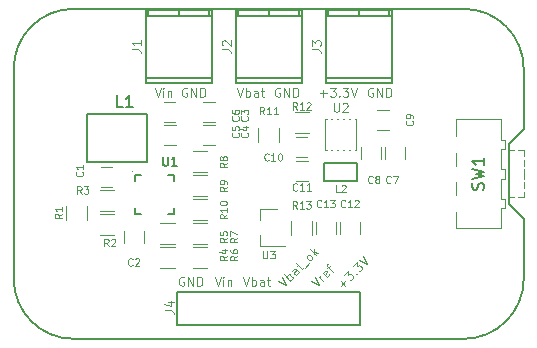
<source format=gbr>
%TF.GenerationSoftware,KiCad,Pcbnew,4.0.6+dfsg1-1*%
%TF.CreationDate,2018-06-21T08:51:40+02:00*%
%TF.ProjectId,energy_harvesting_module,656E657267795F68617276657374696E,rev?*%
%TF.FileFunction,Legend,Top*%
%FSLAX46Y46*%
G04 Gerber Fmt 4.6, Leading zero omitted, Abs format (unit mm)*
G04 Created by KiCad (PCBNEW 4.0.6+dfsg1-1) date Thu Jun 21 08:51:40 2018*
%MOMM*%
%LPD*%
G01*
G04 APERTURE LIST*
%ADD10C,0.100000*%
%ADD11C,0.150000*%
%ADD12C,0.120000*%
G04 APERTURE END LIST*
D10*
X145923144Y-95601286D02*
X146173144Y-96351286D01*
X146423144Y-95601286D01*
X146673143Y-96351286D02*
X146673143Y-95601286D01*
X146673143Y-95887000D02*
X146744572Y-95851286D01*
X146887429Y-95851286D01*
X146958858Y-95887000D01*
X146994572Y-95922714D01*
X147030286Y-95994143D01*
X147030286Y-96208429D01*
X146994572Y-96279857D01*
X146958858Y-96315571D01*
X146887429Y-96351286D01*
X146744572Y-96351286D01*
X146673143Y-96315571D01*
X147673143Y-96351286D02*
X147673143Y-95958429D01*
X147637429Y-95887000D01*
X147566000Y-95851286D01*
X147423143Y-95851286D01*
X147351714Y-95887000D01*
X147673143Y-96315571D02*
X147601714Y-96351286D01*
X147423143Y-96351286D01*
X147351714Y-96315571D01*
X147316000Y-96244143D01*
X147316000Y-96172714D01*
X147351714Y-96101286D01*
X147423143Y-96065571D01*
X147601714Y-96065571D01*
X147673143Y-96029857D01*
X147923143Y-95851286D02*
X148208857Y-95851286D01*
X148030285Y-95601286D02*
X148030285Y-96244143D01*
X148066000Y-96315571D01*
X148137428Y-96351286D01*
X148208857Y-96351286D01*
X152932000Y-96065571D02*
X153503429Y-96065571D01*
X153217715Y-96351286D02*
X153217715Y-95779857D01*
X153789143Y-95601286D02*
X154253429Y-95601286D01*
X154003429Y-95887000D01*
X154110571Y-95887000D01*
X154182000Y-95922714D01*
X154217714Y-95958429D01*
X154253429Y-96029857D01*
X154253429Y-96208429D01*
X154217714Y-96279857D01*
X154182000Y-96315571D01*
X154110571Y-96351286D01*
X153896286Y-96351286D01*
X153824857Y-96315571D01*
X153789143Y-96279857D01*
X154574857Y-96279857D02*
X154610572Y-96315571D01*
X154574857Y-96351286D01*
X154539143Y-96315571D01*
X154574857Y-96279857D01*
X154574857Y-96351286D01*
X154860572Y-95601286D02*
X155324858Y-95601286D01*
X155074858Y-95887000D01*
X155182000Y-95887000D01*
X155253429Y-95922714D01*
X155289143Y-95958429D01*
X155324858Y-96029857D01*
X155324858Y-96208429D01*
X155289143Y-96279857D01*
X155253429Y-96315571D01*
X155182000Y-96351286D01*
X154967715Y-96351286D01*
X154896286Y-96315571D01*
X154860572Y-96279857D01*
X155539144Y-95601286D02*
X155789144Y-96351286D01*
X156039144Y-95601286D01*
X138932144Y-95601286D02*
X139182144Y-96351286D01*
X139432144Y-95601286D01*
X139682143Y-96351286D02*
X139682143Y-95851286D01*
X139682143Y-95601286D02*
X139646429Y-95637000D01*
X139682143Y-95672714D01*
X139717858Y-95637000D01*
X139682143Y-95601286D01*
X139682143Y-95672714D01*
X140039286Y-95851286D02*
X140039286Y-96351286D01*
X140039286Y-95922714D02*
X140075001Y-95887000D01*
X140146429Y-95851286D01*
X140253572Y-95851286D01*
X140325001Y-95887000D01*
X140360715Y-95958429D01*
X140360715Y-96351286D01*
X157416572Y-95637000D02*
X157345143Y-95601286D01*
X157238000Y-95601286D01*
X157130857Y-95637000D01*
X157059429Y-95708429D01*
X157023714Y-95779857D01*
X156988000Y-95922714D01*
X156988000Y-96029857D01*
X157023714Y-96172714D01*
X157059429Y-96244143D01*
X157130857Y-96315571D01*
X157238000Y-96351286D01*
X157309429Y-96351286D01*
X157416572Y-96315571D01*
X157452286Y-96279857D01*
X157452286Y-96029857D01*
X157309429Y-96029857D01*
X157773714Y-96351286D02*
X157773714Y-95601286D01*
X158202286Y-96351286D01*
X158202286Y-95601286D01*
X158559428Y-96351286D02*
X158559428Y-95601286D01*
X158738000Y-95601286D01*
X158845143Y-95637000D01*
X158916571Y-95708429D01*
X158952286Y-95779857D01*
X158988000Y-95922714D01*
X158988000Y-96029857D01*
X158952286Y-96172714D01*
X158916571Y-96244143D01*
X158845143Y-96315571D01*
X158738000Y-96351286D01*
X158559428Y-96351286D01*
X149542572Y-95637000D02*
X149471143Y-95601286D01*
X149364000Y-95601286D01*
X149256857Y-95637000D01*
X149185429Y-95708429D01*
X149149714Y-95779857D01*
X149114000Y-95922714D01*
X149114000Y-96029857D01*
X149149714Y-96172714D01*
X149185429Y-96244143D01*
X149256857Y-96315571D01*
X149364000Y-96351286D01*
X149435429Y-96351286D01*
X149542572Y-96315571D01*
X149578286Y-96279857D01*
X149578286Y-96029857D01*
X149435429Y-96029857D01*
X149899714Y-96351286D02*
X149899714Y-95601286D01*
X150328286Y-96351286D01*
X150328286Y-95601286D01*
X150685428Y-96351286D02*
X150685428Y-95601286D01*
X150864000Y-95601286D01*
X150971143Y-95637000D01*
X151042571Y-95708429D01*
X151078286Y-95779857D01*
X151114000Y-95922714D01*
X151114000Y-96029857D01*
X151078286Y-96172714D01*
X151042571Y-96244143D01*
X150971143Y-96315571D01*
X150864000Y-96351286D01*
X150685428Y-96351286D01*
X141668572Y-95637000D02*
X141597143Y-95601286D01*
X141490000Y-95601286D01*
X141382857Y-95637000D01*
X141311429Y-95708429D01*
X141275714Y-95779857D01*
X141240000Y-95922714D01*
X141240000Y-96029857D01*
X141275714Y-96172714D01*
X141311429Y-96244143D01*
X141382857Y-96315571D01*
X141490000Y-96351286D01*
X141561429Y-96351286D01*
X141668572Y-96315571D01*
X141704286Y-96279857D01*
X141704286Y-96029857D01*
X141561429Y-96029857D01*
X142025714Y-96351286D02*
X142025714Y-95601286D01*
X142454286Y-96351286D01*
X142454286Y-95601286D01*
X142811428Y-96351286D02*
X142811428Y-95601286D01*
X142990000Y-95601286D01*
X143097143Y-95637000D01*
X143168571Y-95708429D01*
X143204286Y-95779857D01*
X143240000Y-95922714D01*
X143240000Y-96029857D01*
X143204286Y-96172714D01*
X143168571Y-96244143D01*
X143097143Y-96315571D01*
X142990000Y-96351286D01*
X142811428Y-96351286D01*
D11*
X127000000Y-111760000D02*
X127000000Y-93980000D01*
X170180000Y-99060000D02*
X170180000Y-93980000D01*
X168910000Y-100330000D02*
X170180000Y-99060000D01*
X168910000Y-105410000D02*
X168910000Y-100330000D01*
X170180000Y-106680000D02*
X168910000Y-105410000D01*
X170180000Y-111760000D02*
X170180000Y-106680000D01*
D10*
X154679220Y-112350541D02*
X155083282Y-111946479D01*
X155083282Y-112350541D02*
X154679221Y-111946479D01*
X154957013Y-111416150D02*
X155285313Y-111087850D01*
X155310566Y-111466657D01*
X155386327Y-111390896D01*
X155462089Y-111365642D01*
X155512596Y-111365643D01*
X155588358Y-111390896D01*
X155714628Y-111517165D01*
X155739880Y-111592927D01*
X155739880Y-111643434D01*
X155714627Y-111719196D01*
X155563104Y-111870718D01*
X155487342Y-111895972D01*
X155436835Y-111895972D01*
X155992419Y-111340388D02*
X156042927Y-111340388D01*
X156042927Y-111390896D01*
X155992419Y-111390896D01*
X155992419Y-111340388D01*
X156042927Y-111390896D01*
X155714628Y-110658535D02*
X156042927Y-110330235D01*
X156068181Y-110709042D01*
X156143942Y-110633282D01*
X156219703Y-110608027D01*
X156270211Y-110608028D01*
X156345973Y-110633281D01*
X156472242Y-110759550D01*
X156497495Y-110835312D01*
X156497495Y-110885819D01*
X156472242Y-110961581D01*
X156320719Y-111113104D01*
X156244957Y-111138357D01*
X156194450Y-111138357D01*
X156194450Y-110178712D02*
X156901557Y-110532266D01*
X156548004Y-109825159D01*
X152151848Y-111935314D02*
X152858955Y-112288868D01*
X152505402Y-111581761D01*
X153212508Y-111935315D02*
X152858955Y-111581762D01*
X152959970Y-111682777D02*
X152934716Y-111607014D01*
X152934716Y-111556507D01*
X152959970Y-111480746D01*
X153010478Y-111430238D01*
X153717584Y-111379730D02*
X153692331Y-111455492D01*
X153591316Y-111556507D01*
X153515553Y-111581761D01*
X153439793Y-111556507D01*
X153237762Y-111354477D01*
X153212508Y-111278715D01*
X153237762Y-111202954D01*
X153338777Y-111101939D01*
X153414539Y-111076684D01*
X153490300Y-111101939D01*
X153540808Y-111152446D01*
X153338777Y-111455492D01*
X153566062Y-110874654D02*
X153768092Y-110672624D01*
X153995376Y-111152447D02*
X153540808Y-110697878D01*
X153515554Y-110622116D01*
X153540808Y-110546355D01*
X153591316Y-110495847D01*
X149374861Y-111918301D02*
X150081968Y-112271855D01*
X149728415Y-111564748D01*
X150435521Y-111918302D02*
X149905191Y-111387972D01*
X150107221Y-111590002D02*
X150132475Y-111514241D01*
X150233490Y-111413226D01*
X150309252Y-111387971D01*
X150359759Y-111387971D01*
X150435521Y-111413226D01*
X150587044Y-111564749D01*
X150612297Y-111640510D01*
X150612297Y-111691017D01*
X150587044Y-111766779D01*
X150486029Y-111867794D01*
X150410266Y-111893048D01*
X151142628Y-111211195D02*
X150864836Y-110933404D01*
X150789074Y-110908149D01*
X150713313Y-110933404D01*
X150612297Y-111034419D01*
X150587043Y-111110180D01*
X151117373Y-111185941D02*
X151092120Y-111261703D01*
X150965851Y-111387972D01*
X150890089Y-111413226D01*
X150814328Y-111387972D01*
X150763820Y-111337464D01*
X150738566Y-111261703D01*
X150763820Y-111185941D01*
X150890089Y-111059672D01*
X150915343Y-110983911D01*
X150965851Y-110680865D02*
X151167881Y-110478835D01*
X150864835Y-110428328D02*
X151319404Y-110882896D01*
X151395165Y-110908149D01*
X151470927Y-110882896D01*
X151521435Y-110832388D01*
X151622449Y-110832388D02*
X152026510Y-110428327D01*
X152178033Y-110175789D02*
X152102272Y-110201042D01*
X152051764Y-110201043D01*
X151976003Y-110175789D01*
X151824480Y-110024266D01*
X151799226Y-109948505D01*
X151799226Y-109897997D01*
X151824480Y-109822236D01*
X151900242Y-109746475D01*
X151976003Y-109721220D01*
X152026510Y-109721220D01*
X152102272Y-109746475D01*
X152253795Y-109897998D01*
X152279049Y-109973758D01*
X152279049Y-110024266D01*
X152253795Y-110100028D01*
X152178033Y-110175789D01*
X152582094Y-109771729D02*
X152051764Y-109241399D01*
X152430571Y-109519190D02*
X152784125Y-109569698D01*
X152430572Y-109216144D02*
X152430571Y-109620206D01*
X146431144Y-111603286D02*
X146681144Y-112353286D01*
X146931144Y-111603286D01*
X147181143Y-112353286D02*
X147181143Y-111603286D01*
X147181143Y-111889000D02*
X147252572Y-111853286D01*
X147395429Y-111853286D01*
X147466858Y-111889000D01*
X147502572Y-111924714D01*
X147538286Y-111996143D01*
X147538286Y-112210429D01*
X147502572Y-112281857D01*
X147466858Y-112317571D01*
X147395429Y-112353286D01*
X147252572Y-112353286D01*
X147181143Y-112317571D01*
X148181143Y-112353286D02*
X148181143Y-111960429D01*
X148145429Y-111889000D01*
X148074000Y-111853286D01*
X147931143Y-111853286D01*
X147859714Y-111889000D01*
X148181143Y-112317571D02*
X148109714Y-112353286D01*
X147931143Y-112353286D01*
X147859714Y-112317571D01*
X147824000Y-112246143D01*
X147824000Y-112174714D01*
X147859714Y-112103286D01*
X147931143Y-112067571D01*
X148109714Y-112067571D01*
X148181143Y-112031857D01*
X148431143Y-111853286D02*
X148716857Y-111853286D01*
X148538285Y-111603286D02*
X148538285Y-112246143D01*
X148574000Y-112317571D01*
X148645428Y-112353286D01*
X148716857Y-112353286D01*
X144012144Y-111603286D02*
X144262144Y-112353286D01*
X144512144Y-111603286D01*
X144762143Y-112353286D02*
X144762143Y-111853286D01*
X144762143Y-111603286D02*
X144726429Y-111639000D01*
X144762143Y-111674714D01*
X144797858Y-111639000D01*
X144762143Y-111603286D01*
X144762143Y-111674714D01*
X145119286Y-111853286D02*
X145119286Y-112353286D01*
X145119286Y-111924714D02*
X145155001Y-111889000D01*
X145226429Y-111853286D01*
X145333572Y-111853286D01*
X145405001Y-111889000D01*
X145440715Y-111960429D01*
X145440715Y-112353286D01*
X141414572Y-111639000D02*
X141343143Y-111603286D01*
X141236000Y-111603286D01*
X141128857Y-111639000D01*
X141057429Y-111710429D01*
X141021714Y-111781857D01*
X140986000Y-111924714D01*
X140986000Y-112031857D01*
X141021714Y-112174714D01*
X141057429Y-112246143D01*
X141128857Y-112317571D01*
X141236000Y-112353286D01*
X141307429Y-112353286D01*
X141414572Y-112317571D01*
X141450286Y-112281857D01*
X141450286Y-112031857D01*
X141307429Y-112031857D01*
X141771714Y-112353286D02*
X141771714Y-111603286D01*
X142200286Y-112353286D01*
X142200286Y-111603286D01*
X142557428Y-112353286D02*
X142557428Y-111603286D01*
X142736000Y-111603286D01*
X142843143Y-111639000D01*
X142914571Y-111710429D01*
X142950286Y-111781857D01*
X142986000Y-111924714D01*
X142986000Y-112031857D01*
X142950286Y-112174714D01*
X142914571Y-112246143D01*
X142843143Y-112317571D01*
X142736000Y-112353286D01*
X142557428Y-112353286D01*
D11*
X132080000Y-88900000D02*
X165100000Y-88900000D01*
X165100000Y-116840000D02*
X132080000Y-116840000D01*
X165100000Y-116840000D02*
G75*
G03X170180000Y-111760000I0J5080000D01*
G01*
X127000000Y-111760000D02*
G75*
G03X132080000Y-116840000I5080000J0D01*
G01*
X170180000Y-93980000D02*
G75*
G03X165100000Y-88900000I-5080000J0D01*
G01*
X132080000Y-88900000D02*
G75*
G03X127000000Y-93980000I0J-5080000D01*
G01*
D12*
X134358000Y-103974000D02*
X135358000Y-103974000D01*
X135358000Y-102274000D02*
X134358000Y-102274000D01*
X138010000Y-108688000D02*
X138010000Y-107688000D01*
X136310000Y-107688000D02*
X136310000Y-108688000D01*
X143010000Y-98513000D02*
X144010000Y-98513000D01*
X144010000Y-96813000D02*
X143010000Y-96813000D01*
X143010000Y-100418000D02*
X144010000Y-100418000D01*
X144010000Y-98718000D02*
X143010000Y-98718000D01*
X140708000Y-98718000D02*
X139708000Y-98718000D01*
X139708000Y-100418000D02*
X140708000Y-100418000D01*
X140692000Y-96813000D02*
X139692000Y-96813000D01*
X139692000Y-98513000D02*
X140692000Y-98513000D01*
X158408000Y-100592000D02*
X158408000Y-101592000D01*
X160108000Y-101592000D02*
X160108000Y-100592000D01*
X156376000Y-100592000D02*
X156376000Y-101592000D01*
X158076000Y-101592000D02*
X158076000Y-100592000D01*
X158742000Y-97448000D02*
X157742000Y-97448000D01*
X157742000Y-99148000D02*
X158742000Y-99148000D01*
X150868000Y-101434000D02*
X151868000Y-101434000D01*
X151868000Y-99734000D02*
X150868000Y-99734000D01*
X150884000Y-103466000D02*
X151884000Y-103466000D01*
X151884000Y-101766000D02*
X150884000Y-101766000D01*
X154598000Y-106942000D02*
X154598000Y-107942000D01*
X156298000Y-107942000D02*
X156298000Y-106942000D01*
X152566000Y-106942000D02*
X152566000Y-107942000D01*
X154266000Y-107942000D02*
X154266000Y-106942000D01*
D11*
X138170920Y-89474040D02*
X143769080Y-89474040D01*
X143570960Y-88976200D02*
X143570960Y-89474040D01*
X138369040Y-89474040D02*
X138369040Y-88976200D01*
X140970000Y-88976200D02*
X140970000Y-89474040D01*
X143769080Y-94775020D02*
X138170920Y-94775020D01*
X143769080Y-88976200D02*
X138170920Y-88976200D01*
X138170920Y-88976200D02*
X138170920Y-95173800D01*
X138170920Y-95173800D02*
X143769080Y-95173800D01*
X143769080Y-95173800D02*
X143769080Y-88976200D01*
X145790920Y-89474040D02*
X151389080Y-89474040D01*
X151190960Y-88976200D02*
X151190960Y-89474040D01*
X145989040Y-89474040D02*
X145989040Y-88976200D01*
X148590000Y-88976200D02*
X148590000Y-89474040D01*
X151389080Y-94775020D02*
X145790920Y-94775020D01*
X151389080Y-88976200D02*
X145790920Y-88976200D01*
X145790920Y-88976200D02*
X145790920Y-95173800D01*
X145790920Y-95173800D02*
X151389080Y-95173800D01*
X151389080Y-95173800D02*
X151389080Y-88976200D01*
D12*
X133214000Y-105572000D02*
X133214000Y-106772000D01*
X131454000Y-106772000D02*
X131454000Y-105572000D01*
X134274000Y-106308000D02*
X135474000Y-106308000D01*
X135474000Y-108068000D02*
X134274000Y-108068000D01*
X135474000Y-106036000D02*
X134274000Y-106036000D01*
X134274000Y-104276000D02*
X135474000Y-104276000D01*
X140620000Y-110862000D02*
X139420000Y-110862000D01*
X139420000Y-109102000D02*
X140620000Y-109102000D01*
X139420000Y-107070000D02*
X140620000Y-107070000D01*
X140620000Y-108830000D02*
X139420000Y-108830000D01*
X142148000Y-109102000D02*
X143348000Y-109102000D01*
X143348000Y-110862000D02*
X142148000Y-110862000D01*
X143348000Y-108830000D02*
X142148000Y-108830000D01*
X142148000Y-107070000D02*
X143348000Y-107070000D01*
X142148000Y-100974000D02*
X143348000Y-100974000D01*
X143348000Y-102734000D02*
X142148000Y-102734000D01*
X142148000Y-103006000D02*
X143348000Y-103006000D01*
X143348000Y-104766000D02*
X142148000Y-104766000D01*
X142148000Y-105038000D02*
X143348000Y-105038000D01*
X143348000Y-106798000D02*
X142148000Y-106798000D01*
X149470000Y-98968000D02*
X149470000Y-100168000D01*
X147710000Y-100168000D02*
X147710000Y-98968000D01*
X151984000Y-99432000D02*
X150784000Y-99432000D01*
X150784000Y-97672000D02*
X151984000Y-97672000D01*
X152264000Y-106842000D02*
X152264000Y-108042000D01*
X150504000Y-108042000D02*
X150504000Y-106842000D01*
X147830000Y-105862000D02*
X147830000Y-106792000D01*
X147830000Y-109022000D02*
X147830000Y-108092000D01*
X147830000Y-109022000D02*
X149990000Y-109022000D01*
X147830000Y-105862000D02*
X149290000Y-105862000D01*
X164470000Y-99670000D02*
X164470000Y-98270000D01*
X164470000Y-98270000D02*
X168270000Y-98270000D01*
X168270000Y-107470000D02*
X164470000Y-107470000D01*
X164470000Y-107470000D02*
X164470000Y-106070000D01*
X164470000Y-101070000D02*
X164470000Y-102170000D01*
X164470000Y-102170000D02*
X164470000Y-102170000D01*
X164470000Y-103570000D02*
X164470000Y-104670000D01*
X164470000Y-104670000D02*
X164470000Y-104670000D01*
X168270000Y-98270000D02*
X168270000Y-99970000D01*
X168270000Y-99970000D02*
X168570000Y-99970000D01*
X168570000Y-99970000D02*
X168570000Y-100770000D01*
X168570000Y-100770000D02*
X168270000Y-100770000D01*
X168270000Y-100770000D02*
X168270000Y-102470000D01*
X168270000Y-102470000D02*
X168570000Y-102470000D01*
X168570000Y-102470000D02*
X168570000Y-103270000D01*
X168570000Y-103270000D02*
X168270000Y-103270000D01*
X168270000Y-103270000D02*
X168270000Y-104970000D01*
X168270000Y-104970000D02*
X168570000Y-104970000D01*
X168570000Y-104970000D02*
X168570000Y-105770000D01*
X168570000Y-105770000D02*
X168270000Y-105770000D01*
X168270000Y-105770000D02*
X168270000Y-107470000D01*
X168270000Y-107470000D02*
X168270000Y-107470000D01*
X170170000Y-104870000D02*
X169670000Y-104870000D01*
X169670000Y-104870000D02*
X169670000Y-104870000D01*
X170170000Y-104870000D02*
X170170000Y-104370000D01*
X170170000Y-104370000D02*
X170170000Y-104370000D01*
X170170000Y-100870000D02*
X170170000Y-101370000D01*
X170170000Y-101370000D02*
X170170000Y-101370000D01*
X170170000Y-100870000D02*
X169670000Y-100870000D01*
X169670000Y-100870000D02*
X169670000Y-100870000D01*
X169370000Y-100870000D02*
X168870000Y-100870000D01*
X168870000Y-100870000D02*
X168870000Y-100870000D01*
X169370000Y-104870000D02*
X168870000Y-104870000D01*
X168870000Y-104870000D02*
X168870000Y-104870000D01*
X170170000Y-104070000D02*
X170170000Y-103570000D01*
X170170000Y-103570000D02*
X170170000Y-103570000D01*
X170170000Y-101670000D02*
X170170000Y-102170000D01*
X170170000Y-102170000D02*
X170170000Y-102170000D01*
X170170000Y-102470000D02*
X170170000Y-103270000D01*
X170170000Y-103270000D02*
X170170000Y-103270000D01*
D11*
X153410920Y-89474040D02*
X159009080Y-89474040D01*
X158810960Y-88976200D02*
X158810960Y-89474040D01*
X153609040Y-89474040D02*
X153609040Y-88976200D01*
X156210000Y-88976200D02*
X156210000Y-89474040D01*
X159009080Y-94775020D02*
X153410920Y-94775020D01*
X159009080Y-88976200D02*
X153410920Y-88976200D01*
X153410920Y-88976200D02*
X153410920Y-95173800D01*
X153410920Y-95173800D02*
X159009080Y-95173800D01*
X159009080Y-95173800D02*
X159009080Y-88976200D01*
X156337000Y-112903000D02*
X156337000Y-115697000D01*
X140843000Y-112903000D02*
X156337000Y-112903000D01*
X140843000Y-115697000D02*
X156337000Y-115697000D01*
X140843000Y-112903000D02*
X140843000Y-115697000D01*
D10*
X137058400Y-102705600D02*
G75*
G03X137058400Y-102705600I-50800J0D01*
G01*
D11*
X140563000Y-103011000D02*
X140563000Y-103511000D01*
X137313000Y-106261000D02*
X137313000Y-105761000D01*
X140563000Y-106261000D02*
X140563000Y-105761000D01*
X137313000Y-103011000D02*
X137813000Y-103011000D01*
X137313000Y-106261000D02*
X137813000Y-106261000D01*
X140563000Y-106261000D02*
X140063000Y-106261000D01*
X140563000Y-103011000D02*
X140063000Y-103011000D01*
X137313000Y-103011000D02*
X137313000Y-103511000D01*
D10*
X153212800Y-101092000D02*
G75*
G03X153212800Y-101092000I-50800J0D01*
G01*
X154986000Y-98268000D02*
X154886000Y-98268000D01*
X155486000Y-98268000D02*
X155386000Y-98268000D01*
X153386000Y-100868000D02*
X153486000Y-100868000D01*
X155986000Y-100868000D02*
X155986000Y-98268000D01*
X153386000Y-98268000D02*
X153386000Y-100868000D01*
X154386000Y-100868000D02*
X154486000Y-100868000D01*
X153886000Y-100868000D02*
X153986000Y-100868000D01*
X155986000Y-100868000D02*
X155886000Y-100868000D01*
X153386000Y-98268000D02*
X153486000Y-98268000D01*
X153886000Y-98268000D02*
X153986000Y-98268000D01*
X154386000Y-98268000D02*
X154486000Y-98268000D01*
X154986000Y-100868000D02*
X154886000Y-100868000D01*
X155486000Y-100868000D02*
X155386000Y-100868000D01*
X155986000Y-98268000D02*
X155886000Y-98268000D01*
D11*
X133174000Y-101854000D02*
X133174000Y-97790000D01*
X138254000Y-101854000D02*
X133174000Y-101854000D01*
X138254000Y-97790000D02*
X138254000Y-101854000D01*
X133174000Y-97790000D02*
X138254000Y-97790000D01*
X153289000Y-103505000D02*
X156083000Y-103505000D01*
X153289000Y-101981000D02*
X153289000Y-103505000D01*
X156083000Y-101981000D02*
X153289000Y-101981000D01*
X156083000Y-103505000D02*
X156083000Y-101981000D01*
D10*
X132802286Y-102716000D02*
X132830857Y-102744571D01*
X132859429Y-102830285D01*
X132859429Y-102887428D01*
X132830857Y-102973143D01*
X132773714Y-103030285D01*
X132716571Y-103058857D01*
X132602286Y-103087428D01*
X132516571Y-103087428D01*
X132402286Y-103058857D01*
X132345143Y-103030285D01*
X132288000Y-102973143D01*
X132259429Y-102887428D01*
X132259429Y-102830285D01*
X132288000Y-102744571D01*
X132316571Y-102716000D01*
X132859429Y-102144571D02*
X132859429Y-102487428D01*
X132859429Y-102316000D02*
X132259429Y-102316000D01*
X132345143Y-102373143D01*
X132402286Y-102430285D01*
X132430857Y-102487428D01*
X137060000Y-110577286D02*
X137031429Y-110605857D01*
X136945715Y-110634429D01*
X136888572Y-110634429D01*
X136802857Y-110605857D01*
X136745715Y-110548714D01*
X136717143Y-110491571D01*
X136688572Y-110377286D01*
X136688572Y-110291571D01*
X136717143Y-110177286D01*
X136745715Y-110120143D01*
X136802857Y-110063000D01*
X136888572Y-110034429D01*
X136945715Y-110034429D01*
X137031429Y-110063000D01*
X137060000Y-110091571D01*
X137288572Y-110091571D02*
X137317143Y-110063000D01*
X137374286Y-110034429D01*
X137517143Y-110034429D01*
X137574286Y-110063000D01*
X137602857Y-110091571D01*
X137631429Y-110148714D01*
X137631429Y-110205857D01*
X137602857Y-110291571D01*
X137260000Y-110634429D01*
X137631429Y-110634429D01*
X146772286Y-98017000D02*
X146800857Y-98045571D01*
X146829429Y-98131285D01*
X146829429Y-98188428D01*
X146800857Y-98274143D01*
X146743714Y-98331285D01*
X146686571Y-98359857D01*
X146572286Y-98388428D01*
X146486571Y-98388428D01*
X146372286Y-98359857D01*
X146315143Y-98331285D01*
X146258000Y-98274143D01*
X146229429Y-98188428D01*
X146229429Y-98131285D01*
X146258000Y-98045571D01*
X146286571Y-98017000D01*
X146229429Y-97817000D02*
X146229429Y-97445571D01*
X146458000Y-97645571D01*
X146458000Y-97559857D01*
X146486571Y-97502714D01*
X146515143Y-97474143D01*
X146572286Y-97445571D01*
X146715143Y-97445571D01*
X146772286Y-97474143D01*
X146800857Y-97502714D01*
X146829429Y-97559857D01*
X146829429Y-97731285D01*
X146800857Y-97788428D01*
X146772286Y-97817000D01*
X146772286Y-99414000D02*
X146800857Y-99442571D01*
X146829429Y-99528285D01*
X146829429Y-99585428D01*
X146800857Y-99671143D01*
X146743714Y-99728285D01*
X146686571Y-99756857D01*
X146572286Y-99785428D01*
X146486571Y-99785428D01*
X146372286Y-99756857D01*
X146315143Y-99728285D01*
X146258000Y-99671143D01*
X146229429Y-99585428D01*
X146229429Y-99528285D01*
X146258000Y-99442571D01*
X146286571Y-99414000D01*
X146429429Y-98899714D02*
X146829429Y-98899714D01*
X146200857Y-99042571D02*
X146629429Y-99185428D01*
X146629429Y-98814000D01*
X146010286Y-99414000D02*
X146038857Y-99442571D01*
X146067429Y-99528285D01*
X146067429Y-99585428D01*
X146038857Y-99671143D01*
X145981714Y-99728285D01*
X145924571Y-99756857D01*
X145810286Y-99785428D01*
X145724571Y-99785428D01*
X145610286Y-99756857D01*
X145553143Y-99728285D01*
X145496000Y-99671143D01*
X145467429Y-99585428D01*
X145467429Y-99528285D01*
X145496000Y-99442571D01*
X145524571Y-99414000D01*
X145467429Y-98871143D02*
X145467429Y-99156857D01*
X145753143Y-99185428D01*
X145724571Y-99156857D01*
X145696000Y-99099714D01*
X145696000Y-98956857D01*
X145724571Y-98899714D01*
X145753143Y-98871143D01*
X145810286Y-98842571D01*
X145953143Y-98842571D01*
X146010286Y-98871143D01*
X146038857Y-98899714D01*
X146067429Y-98956857D01*
X146067429Y-99099714D01*
X146038857Y-99156857D01*
X146010286Y-99185428D01*
X146010286Y-98017000D02*
X146038857Y-98045571D01*
X146067429Y-98131285D01*
X146067429Y-98188428D01*
X146038857Y-98274143D01*
X145981714Y-98331285D01*
X145924571Y-98359857D01*
X145810286Y-98388428D01*
X145724571Y-98388428D01*
X145610286Y-98359857D01*
X145553143Y-98331285D01*
X145496000Y-98274143D01*
X145467429Y-98188428D01*
X145467429Y-98131285D01*
X145496000Y-98045571D01*
X145524571Y-98017000D01*
X145467429Y-97502714D02*
X145467429Y-97617000D01*
X145496000Y-97674143D01*
X145524571Y-97702714D01*
X145610286Y-97759857D01*
X145724571Y-97788428D01*
X145953143Y-97788428D01*
X146010286Y-97759857D01*
X146038857Y-97731285D01*
X146067429Y-97674143D01*
X146067429Y-97559857D01*
X146038857Y-97502714D01*
X146010286Y-97474143D01*
X145953143Y-97445571D01*
X145810286Y-97445571D01*
X145753143Y-97474143D01*
X145724571Y-97502714D01*
X145696000Y-97559857D01*
X145696000Y-97674143D01*
X145724571Y-97731285D01*
X145753143Y-97759857D01*
X145810286Y-97788428D01*
X158904000Y-103592286D02*
X158875429Y-103620857D01*
X158789715Y-103649429D01*
X158732572Y-103649429D01*
X158646857Y-103620857D01*
X158589715Y-103563714D01*
X158561143Y-103506571D01*
X158532572Y-103392286D01*
X158532572Y-103306571D01*
X158561143Y-103192286D01*
X158589715Y-103135143D01*
X158646857Y-103078000D01*
X158732572Y-103049429D01*
X158789715Y-103049429D01*
X158875429Y-103078000D01*
X158904000Y-103106571D01*
X159104000Y-103049429D02*
X159504000Y-103049429D01*
X159246857Y-103649429D01*
X157380000Y-103592286D02*
X157351429Y-103620857D01*
X157265715Y-103649429D01*
X157208572Y-103649429D01*
X157122857Y-103620857D01*
X157065715Y-103563714D01*
X157037143Y-103506571D01*
X157008572Y-103392286D01*
X157008572Y-103306571D01*
X157037143Y-103192286D01*
X157065715Y-103135143D01*
X157122857Y-103078000D01*
X157208572Y-103049429D01*
X157265715Y-103049429D01*
X157351429Y-103078000D01*
X157380000Y-103106571D01*
X157722857Y-103306571D02*
X157665715Y-103278000D01*
X157637143Y-103249429D01*
X157608572Y-103192286D01*
X157608572Y-103163714D01*
X157637143Y-103106571D01*
X157665715Y-103078000D01*
X157722857Y-103049429D01*
X157837143Y-103049429D01*
X157894286Y-103078000D01*
X157922857Y-103106571D01*
X157951429Y-103163714D01*
X157951429Y-103192286D01*
X157922857Y-103249429D01*
X157894286Y-103278000D01*
X157837143Y-103306571D01*
X157722857Y-103306571D01*
X157665715Y-103335143D01*
X157637143Y-103363714D01*
X157608572Y-103420857D01*
X157608572Y-103535143D01*
X157637143Y-103592286D01*
X157665715Y-103620857D01*
X157722857Y-103649429D01*
X157837143Y-103649429D01*
X157894286Y-103620857D01*
X157922857Y-103592286D01*
X157951429Y-103535143D01*
X157951429Y-103420857D01*
X157922857Y-103363714D01*
X157894286Y-103335143D01*
X157837143Y-103306571D01*
X160742286Y-98398000D02*
X160770857Y-98426571D01*
X160799429Y-98512285D01*
X160799429Y-98569428D01*
X160770857Y-98655143D01*
X160713714Y-98712285D01*
X160656571Y-98740857D01*
X160542286Y-98769428D01*
X160456571Y-98769428D01*
X160342286Y-98740857D01*
X160285143Y-98712285D01*
X160228000Y-98655143D01*
X160199429Y-98569428D01*
X160199429Y-98512285D01*
X160228000Y-98426571D01*
X160256571Y-98398000D01*
X160799429Y-98112285D02*
X160799429Y-97998000D01*
X160770857Y-97940857D01*
X160742286Y-97912285D01*
X160656571Y-97855143D01*
X160542286Y-97826571D01*
X160313714Y-97826571D01*
X160256571Y-97855143D01*
X160228000Y-97883714D01*
X160199429Y-97940857D01*
X160199429Y-98055143D01*
X160228000Y-98112285D01*
X160256571Y-98140857D01*
X160313714Y-98169428D01*
X160456571Y-98169428D01*
X160513714Y-98140857D01*
X160542286Y-98112285D01*
X160570857Y-98055143D01*
X160570857Y-97940857D01*
X160542286Y-97883714D01*
X160513714Y-97855143D01*
X160456571Y-97826571D01*
X148585285Y-101687286D02*
X148556714Y-101715857D01*
X148471000Y-101744429D01*
X148413857Y-101744429D01*
X148328142Y-101715857D01*
X148271000Y-101658714D01*
X148242428Y-101601571D01*
X148213857Y-101487286D01*
X148213857Y-101401571D01*
X148242428Y-101287286D01*
X148271000Y-101230143D01*
X148328142Y-101173000D01*
X148413857Y-101144429D01*
X148471000Y-101144429D01*
X148556714Y-101173000D01*
X148585285Y-101201571D01*
X149156714Y-101744429D02*
X148813857Y-101744429D01*
X148985285Y-101744429D02*
X148985285Y-101144429D01*
X148928142Y-101230143D01*
X148871000Y-101287286D01*
X148813857Y-101315857D01*
X149528143Y-101144429D02*
X149585286Y-101144429D01*
X149642429Y-101173000D01*
X149671000Y-101201571D01*
X149699571Y-101258714D01*
X149728143Y-101373000D01*
X149728143Y-101515857D01*
X149699571Y-101630143D01*
X149671000Y-101687286D01*
X149642429Y-101715857D01*
X149585286Y-101744429D01*
X149528143Y-101744429D01*
X149471000Y-101715857D01*
X149442429Y-101687286D01*
X149413857Y-101630143D01*
X149385286Y-101515857D01*
X149385286Y-101373000D01*
X149413857Y-101258714D01*
X149442429Y-101201571D01*
X149471000Y-101173000D01*
X149528143Y-101144429D01*
X150998285Y-104227286D02*
X150969714Y-104255857D01*
X150884000Y-104284429D01*
X150826857Y-104284429D01*
X150741142Y-104255857D01*
X150684000Y-104198714D01*
X150655428Y-104141571D01*
X150626857Y-104027286D01*
X150626857Y-103941571D01*
X150655428Y-103827286D01*
X150684000Y-103770143D01*
X150741142Y-103713000D01*
X150826857Y-103684429D01*
X150884000Y-103684429D01*
X150969714Y-103713000D01*
X150998285Y-103741571D01*
X151569714Y-104284429D02*
X151226857Y-104284429D01*
X151398285Y-104284429D02*
X151398285Y-103684429D01*
X151341142Y-103770143D01*
X151284000Y-103827286D01*
X151226857Y-103855857D01*
X152141143Y-104284429D02*
X151798286Y-104284429D01*
X151969714Y-104284429D02*
X151969714Y-103684429D01*
X151912571Y-103770143D01*
X151855429Y-103827286D01*
X151798286Y-103855857D01*
X155062285Y-105640286D02*
X155033714Y-105668857D01*
X154948000Y-105697429D01*
X154890857Y-105697429D01*
X154805142Y-105668857D01*
X154748000Y-105611714D01*
X154719428Y-105554571D01*
X154690857Y-105440286D01*
X154690857Y-105354571D01*
X154719428Y-105240286D01*
X154748000Y-105183143D01*
X154805142Y-105126000D01*
X154890857Y-105097429D01*
X154948000Y-105097429D01*
X155033714Y-105126000D01*
X155062285Y-105154571D01*
X155633714Y-105697429D02*
X155290857Y-105697429D01*
X155462285Y-105697429D02*
X155462285Y-105097429D01*
X155405142Y-105183143D01*
X155348000Y-105240286D01*
X155290857Y-105268857D01*
X155862286Y-105154571D02*
X155890857Y-105126000D01*
X155948000Y-105097429D01*
X156090857Y-105097429D01*
X156148000Y-105126000D01*
X156176571Y-105154571D01*
X156205143Y-105211714D01*
X156205143Y-105268857D01*
X156176571Y-105354571D01*
X155833714Y-105697429D01*
X156205143Y-105697429D01*
X153030285Y-105640286D02*
X153001714Y-105668857D01*
X152916000Y-105697429D01*
X152858857Y-105697429D01*
X152773142Y-105668857D01*
X152716000Y-105611714D01*
X152687428Y-105554571D01*
X152658857Y-105440286D01*
X152658857Y-105354571D01*
X152687428Y-105240286D01*
X152716000Y-105183143D01*
X152773142Y-105126000D01*
X152858857Y-105097429D01*
X152916000Y-105097429D01*
X153001714Y-105126000D01*
X153030285Y-105154571D01*
X153601714Y-105697429D02*
X153258857Y-105697429D01*
X153430285Y-105697429D02*
X153430285Y-105097429D01*
X153373142Y-105183143D01*
X153316000Y-105240286D01*
X153258857Y-105268857D01*
X153801714Y-105097429D02*
X154173143Y-105097429D01*
X153973143Y-105326000D01*
X154058857Y-105326000D01*
X154116000Y-105354571D01*
X154144571Y-105383143D01*
X154173143Y-105440286D01*
X154173143Y-105583143D01*
X154144571Y-105640286D01*
X154116000Y-105668857D01*
X154058857Y-105697429D01*
X153887429Y-105697429D01*
X153830286Y-105668857D01*
X153801714Y-105640286D01*
X137003286Y-92325000D02*
X137539000Y-92325000D01*
X137646143Y-92360714D01*
X137717571Y-92432143D01*
X137753286Y-92539286D01*
X137753286Y-92610714D01*
X137753286Y-91574999D02*
X137753286Y-92003571D01*
X137753286Y-91789285D02*
X137003286Y-91789285D01*
X137110429Y-91860714D01*
X137181857Y-91932142D01*
X137217571Y-92003571D01*
X144623286Y-92325000D02*
X145159000Y-92325000D01*
X145266143Y-92360714D01*
X145337571Y-92432143D01*
X145373286Y-92539286D01*
X145373286Y-92610714D01*
X144694714Y-92003571D02*
X144659000Y-91967857D01*
X144623286Y-91896428D01*
X144623286Y-91717857D01*
X144659000Y-91646428D01*
X144694714Y-91610714D01*
X144766143Y-91574999D01*
X144837571Y-91574999D01*
X144944714Y-91610714D01*
X145373286Y-92039285D01*
X145373286Y-91574999D01*
X131081429Y-106272000D02*
X130795714Y-106472000D01*
X131081429Y-106614857D02*
X130481429Y-106614857D01*
X130481429Y-106386285D01*
X130510000Y-106329143D01*
X130538571Y-106300571D01*
X130595714Y-106272000D01*
X130681429Y-106272000D01*
X130738571Y-106300571D01*
X130767143Y-106329143D01*
X130795714Y-106386285D01*
X130795714Y-106614857D01*
X131081429Y-105700571D02*
X131081429Y-106043428D01*
X131081429Y-105872000D02*
X130481429Y-105872000D01*
X130567143Y-105929143D01*
X130624286Y-105986285D01*
X130652857Y-106043428D01*
X135028000Y-108983429D02*
X134828000Y-108697714D01*
X134685143Y-108983429D02*
X134685143Y-108383429D01*
X134913715Y-108383429D01*
X134970857Y-108412000D01*
X134999429Y-108440571D01*
X135028000Y-108497714D01*
X135028000Y-108583429D01*
X134999429Y-108640571D01*
X134970857Y-108669143D01*
X134913715Y-108697714D01*
X134685143Y-108697714D01*
X135256572Y-108440571D02*
X135285143Y-108412000D01*
X135342286Y-108383429D01*
X135485143Y-108383429D01*
X135542286Y-108412000D01*
X135570857Y-108440571D01*
X135599429Y-108497714D01*
X135599429Y-108554857D01*
X135570857Y-108640571D01*
X135228000Y-108983429D01*
X135599429Y-108983429D01*
X132742000Y-104538429D02*
X132542000Y-104252714D01*
X132399143Y-104538429D02*
X132399143Y-103938429D01*
X132627715Y-103938429D01*
X132684857Y-103967000D01*
X132713429Y-103995571D01*
X132742000Y-104052714D01*
X132742000Y-104138429D01*
X132713429Y-104195571D01*
X132684857Y-104224143D01*
X132627715Y-104252714D01*
X132399143Y-104252714D01*
X132942000Y-103938429D02*
X133313429Y-103938429D01*
X133113429Y-104167000D01*
X133199143Y-104167000D01*
X133256286Y-104195571D01*
X133284857Y-104224143D01*
X133313429Y-104281286D01*
X133313429Y-104424143D01*
X133284857Y-104481286D01*
X133256286Y-104509857D01*
X133199143Y-104538429D01*
X133027715Y-104538429D01*
X132970572Y-104509857D01*
X132942000Y-104481286D01*
X145051429Y-109828000D02*
X144765714Y-110028000D01*
X145051429Y-110170857D02*
X144451429Y-110170857D01*
X144451429Y-109942285D01*
X144480000Y-109885143D01*
X144508571Y-109856571D01*
X144565714Y-109828000D01*
X144651429Y-109828000D01*
X144708571Y-109856571D01*
X144737143Y-109885143D01*
X144765714Y-109942285D01*
X144765714Y-110170857D01*
X144651429Y-109313714D02*
X145051429Y-109313714D01*
X144422857Y-109456571D02*
X144851429Y-109599428D01*
X144851429Y-109228000D01*
X145051429Y-108304000D02*
X144765714Y-108504000D01*
X145051429Y-108646857D02*
X144451429Y-108646857D01*
X144451429Y-108418285D01*
X144480000Y-108361143D01*
X144508571Y-108332571D01*
X144565714Y-108304000D01*
X144651429Y-108304000D01*
X144708571Y-108332571D01*
X144737143Y-108361143D01*
X144765714Y-108418285D01*
X144765714Y-108646857D01*
X144451429Y-107761143D02*
X144451429Y-108046857D01*
X144737143Y-108075428D01*
X144708571Y-108046857D01*
X144680000Y-107989714D01*
X144680000Y-107846857D01*
X144708571Y-107789714D01*
X144737143Y-107761143D01*
X144794286Y-107732571D01*
X144937143Y-107732571D01*
X144994286Y-107761143D01*
X145022857Y-107789714D01*
X145051429Y-107846857D01*
X145051429Y-107989714D01*
X145022857Y-108046857D01*
X144994286Y-108075428D01*
X145940429Y-109828000D02*
X145654714Y-110028000D01*
X145940429Y-110170857D02*
X145340429Y-110170857D01*
X145340429Y-109942285D01*
X145369000Y-109885143D01*
X145397571Y-109856571D01*
X145454714Y-109828000D01*
X145540429Y-109828000D01*
X145597571Y-109856571D01*
X145626143Y-109885143D01*
X145654714Y-109942285D01*
X145654714Y-110170857D01*
X145340429Y-109313714D02*
X145340429Y-109428000D01*
X145369000Y-109485143D01*
X145397571Y-109513714D01*
X145483286Y-109570857D01*
X145597571Y-109599428D01*
X145826143Y-109599428D01*
X145883286Y-109570857D01*
X145911857Y-109542285D01*
X145940429Y-109485143D01*
X145940429Y-109370857D01*
X145911857Y-109313714D01*
X145883286Y-109285143D01*
X145826143Y-109256571D01*
X145683286Y-109256571D01*
X145626143Y-109285143D01*
X145597571Y-109313714D01*
X145569000Y-109370857D01*
X145569000Y-109485143D01*
X145597571Y-109542285D01*
X145626143Y-109570857D01*
X145683286Y-109599428D01*
X145940429Y-108304000D02*
X145654714Y-108504000D01*
X145940429Y-108646857D02*
X145340429Y-108646857D01*
X145340429Y-108418285D01*
X145369000Y-108361143D01*
X145397571Y-108332571D01*
X145454714Y-108304000D01*
X145540429Y-108304000D01*
X145597571Y-108332571D01*
X145626143Y-108361143D01*
X145654714Y-108418285D01*
X145654714Y-108646857D01*
X145340429Y-108104000D02*
X145340429Y-107704000D01*
X145940429Y-107961143D01*
X145051429Y-101954000D02*
X144765714Y-102154000D01*
X145051429Y-102296857D02*
X144451429Y-102296857D01*
X144451429Y-102068285D01*
X144480000Y-102011143D01*
X144508571Y-101982571D01*
X144565714Y-101954000D01*
X144651429Y-101954000D01*
X144708571Y-101982571D01*
X144737143Y-102011143D01*
X144765714Y-102068285D01*
X144765714Y-102296857D01*
X144708571Y-101611143D02*
X144680000Y-101668285D01*
X144651429Y-101696857D01*
X144594286Y-101725428D01*
X144565714Y-101725428D01*
X144508571Y-101696857D01*
X144480000Y-101668285D01*
X144451429Y-101611143D01*
X144451429Y-101496857D01*
X144480000Y-101439714D01*
X144508571Y-101411143D01*
X144565714Y-101382571D01*
X144594286Y-101382571D01*
X144651429Y-101411143D01*
X144680000Y-101439714D01*
X144708571Y-101496857D01*
X144708571Y-101611143D01*
X144737143Y-101668285D01*
X144765714Y-101696857D01*
X144822857Y-101725428D01*
X144937143Y-101725428D01*
X144994286Y-101696857D01*
X145022857Y-101668285D01*
X145051429Y-101611143D01*
X145051429Y-101496857D01*
X145022857Y-101439714D01*
X144994286Y-101411143D01*
X144937143Y-101382571D01*
X144822857Y-101382571D01*
X144765714Y-101411143D01*
X144737143Y-101439714D01*
X144708571Y-101496857D01*
X145051429Y-103986000D02*
X144765714Y-104186000D01*
X145051429Y-104328857D02*
X144451429Y-104328857D01*
X144451429Y-104100285D01*
X144480000Y-104043143D01*
X144508571Y-104014571D01*
X144565714Y-103986000D01*
X144651429Y-103986000D01*
X144708571Y-104014571D01*
X144737143Y-104043143D01*
X144765714Y-104100285D01*
X144765714Y-104328857D01*
X145051429Y-103700285D02*
X145051429Y-103586000D01*
X145022857Y-103528857D01*
X144994286Y-103500285D01*
X144908571Y-103443143D01*
X144794286Y-103414571D01*
X144565714Y-103414571D01*
X144508571Y-103443143D01*
X144480000Y-103471714D01*
X144451429Y-103528857D01*
X144451429Y-103643143D01*
X144480000Y-103700285D01*
X144508571Y-103728857D01*
X144565714Y-103757428D01*
X144708571Y-103757428D01*
X144765714Y-103728857D01*
X144794286Y-103700285D01*
X144822857Y-103643143D01*
X144822857Y-103528857D01*
X144794286Y-103471714D01*
X144765714Y-103443143D01*
X144708571Y-103414571D01*
X145051429Y-106303715D02*
X144765714Y-106503715D01*
X145051429Y-106646572D02*
X144451429Y-106646572D01*
X144451429Y-106418000D01*
X144480000Y-106360858D01*
X144508571Y-106332286D01*
X144565714Y-106303715D01*
X144651429Y-106303715D01*
X144708571Y-106332286D01*
X144737143Y-106360858D01*
X144765714Y-106418000D01*
X144765714Y-106646572D01*
X145051429Y-105732286D02*
X145051429Y-106075143D01*
X145051429Y-105903715D02*
X144451429Y-105903715D01*
X144537143Y-105960858D01*
X144594286Y-106018000D01*
X144622857Y-106075143D01*
X144451429Y-105360857D02*
X144451429Y-105303714D01*
X144480000Y-105246571D01*
X144508571Y-105218000D01*
X144565714Y-105189429D01*
X144680000Y-105160857D01*
X144822857Y-105160857D01*
X144937143Y-105189429D01*
X144994286Y-105218000D01*
X145022857Y-105246571D01*
X145051429Y-105303714D01*
X145051429Y-105360857D01*
X145022857Y-105418000D01*
X144994286Y-105446571D01*
X144937143Y-105475143D01*
X144822857Y-105503714D01*
X144680000Y-105503714D01*
X144565714Y-105475143D01*
X144508571Y-105446571D01*
X144480000Y-105418000D01*
X144451429Y-105360857D01*
X148204285Y-97807429D02*
X148004285Y-97521714D01*
X147861428Y-97807429D02*
X147861428Y-97207429D01*
X148090000Y-97207429D01*
X148147142Y-97236000D01*
X148175714Y-97264571D01*
X148204285Y-97321714D01*
X148204285Y-97407429D01*
X148175714Y-97464571D01*
X148147142Y-97493143D01*
X148090000Y-97521714D01*
X147861428Y-97521714D01*
X148775714Y-97807429D02*
X148432857Y-97807429D01*
X148604285Y-97807429D02*
X148604285Y-97207429D01*
X148547142Y-97293143D01*
X148490000Y-97350286D01*
X148432857Y-97378857D01*
X149347143Y-97807429D02*
X149004286Y-97807429D01*
X149175714Y-97807429D02*
X149175714Y-97207429D01*
X149118571Y-97293143D01*
X149061429Y-97350286D01*
X149004286Y-97378857D01*
X150998285Y-97426429D02*
X150798285Y-97140714D01*
X150655428Y-97426429D02*
X150655428Y-96826429D01*
X150884000Y-96826429D01*
X150941142Y-96855000D01*
X150969714Y-96883571D01*
X150998285Y-96940714D01*
X150998285Y-97026429D01*
X150969714Y-97083571D01*
X150941142Y-97112143D01*
X150884000Y-97140714D01*
X150655428Y-97140714D01*
X151569714Y-97426429D02*
X151226857Y-97426429D01*
X151398285Y-97426429D02*
X151398285Y-96826429D01*
X151341142Y-96912143D01*
X151284000Y-96969286D01*
X151226857Y-96997857D01*
X151798286Y-96883571D02*
X151826857Y-96855000D01*
X151884000Y-96826429D01*
X152026857Y-96826429D01*
X152084000Y-96855000D01*
X152112571Y-96883571D01*
X152141143Y-96940714D01*
X152141143Y-96997857D01*
X152112571Y-97083571D01*
X151769714Y-97426429D01*
X152141143Y-97426429D01*
X150998285Y-105808429D02*
X150798285Y-105522714D01*
X150655428Y-105808429D02*
X150655428Y-105208429D01*
X150884000Y-105208429D01*
X150941142Y-105237000D01*
X150969714Y-105265571D01*
X150998285Y-105322714D01*
X150998285Y-105408429D01*
X150969714Y-105465571D01*
X150941142Y-105494143D01*
X150884000Y-105522714D01*
X150655428Y-105522714D01*
X151569714Y-105808429D02*
X151226857Y-105808429D01*
X151398285Y-105808429D02*
X151398285Y-105208429D01*
X151341142Y-105294143D01*
X151284000Y-105351286D01*
X151226857Y-105379857D01*
X151769714Y-105208429D02*
X152141143Y-105208429D01*
X151941143Y-105437000D01*
X152026857Y-105437000D01*
X152084000Y-105465571D01*
X152112571Y-105494143D01*
X152141143Y-105551286D01*
X152141143Y-105694143D01*
X152112571Y-105751286D01*
X152084000Y-105779857D01*
X152026857Y-105808429D01*
X151855429Y-105808429D01*
X151798286Y-105779857D01*
X151769714Y-105751286D01*
X148094762Y-109372048D02*
X148094762Y-109898238D01*
X148125714Y-109960143D01*
X148156667Y-109991095D01*
X148218571Y-110022048D01*
X148342381Y-110022048D01*
X148404286Y-109991095D01*
X148435238Y-109960143D01*
X148466190Y-109898238D01*
X148466190Y-109372048D01*
X148713809Y-109372048D02*
X149116190Y-109372048D01*
X148899523Y-109619667D01*
X148992381Y-109619667D01*
X149054285Y-109650619D01*
X149085238Y-109681571D01*
X149116190Y-109743476D01*
X149116190Y-109898238D01*
X149085238Y-109960143D01*
X149054285Y-109991095D01*
X148992381Y-110022048D01*
X148806666Y-110022048D01*
X148744762Y-109991095D01*
X148713809Y-109960143D01*
D11*
X166774762Y-104203333D02*
X166822381Y-104060476D01*
X166822381Y-103822380D01*
X166774762Y-103727142D01*
X166727143Y-103679523D01*
X166631905Y-103631904D01*
X166536667Y-103631904D01*
X166441429Y-103679523D01*
X166393810Y-103727142D01*
X166346190Y-103822380D01*
X166298571Y-104012857D01*
X166250952Y-104108095D01*
X166203333Y-104155714D01*
X166108095Y-104203333D01*
X166012857Y-104203333D01*
X165917619Y-104155714D01*
X165870000Y-104108095D01*
X165822381Y-104012857D01*
X165822381Y-103774761D01*
X165870000Y-103631904D01*
X165822381Y-103298571D02*
X166822381Y-103060476D01*
X166108095Y-102869999D01*
X166822381Y-102679523D01*
X165822381Y-102441428D01*
X166822381Y-101536666D02*
X166822381Y-102108095D01*
X166822381Y-101822381D02*
X165822381Y-101822381D01*
X165965238Y-101917619D01*
X166060476Y-102012857D01*
X166108095Y-102108095D01*
D10*
X152243286Y-92325000D02*
X152779000Y-92325000D01*
X152886143Y-92360714D01*
X152957571Y-92432143D01*
X152993286Y-92539286D01*
X152993286Y-92610714D01*
X152243286Y-92039285D02*
X152243286Y-91574999D01*
X152529000Y-91824999D01*
X152529000Y-91717857D01*
X152564714Y-91646428D01*
X152600429Y-91610714D01*
X152671857Y-91574999D01*
X152850429Y-91574999D01*
X152921857Y-91610714D01*
X152957571Y-91646428D01*
X152993286Y-91717857D01*
X152993286Y-91932142D01*
X152957571Y-92003571D01*
X152921857Y-92039285D01*
X139797286Y-114423000D02*
X140333000Y-114423000D01*
X140440143Y-114458714D01*
X140511571Y-114530143D01*
X140547286Y-114637286D01*
X140547286Y-114708714D01*
X140047286Y-113744428D02*
X140547286Y-113744428D01*
X139761571Y-113922999D02*
X140297286Y-114101571D01*
X140297286Y-113637285D01*
D11*
X139636571Y-101443286D02*
X139636571Y-102050429D01*
X139672286Y-102121857D01*
X139708000Y-102157571D01*
X139779429Y-102193286D01*
X139922286Y-102193286D01*
X139993714Y-102157571D01*
X140029429Y-102121857D01*
X140065143Y-102050429D01*
X140065143Y-101443286D01*
X140815143Y-102193286D02*
X140386571Y-102193286D01*
X140600857Y-102193286D02*
X140600857Y-101443286D01*
X140529428Y-101550429D01*
X140458000Y-101621857D01*
X140386571Y-101657571D01*
D10*
X154114571Y-96871286D02*
X154114571Y-97478429D01*
X154150286Y-97549857D01*
X154186000Y-97585571D01*
X154257429Y-97621286D01*
X154400286Y-97621286D01*
X154471714Y-97585571D01*
X154507429Y-97549857D01*
X154543143Y-97478429D01*
X154543143Y-96871286D01*
X154864571Y-96942714D02*
X154900285Y-96907000D01*
X154971714Y-96871286D01*
X155150285Y-96871286D01*
X155221714Y-96907000D01*
X155257428Y-96942714D01*
X155293143Y-97014143D01*
X155293143Y-97085571D01*
X155257428Y-97192714D01*
X154828857Y-97621286D01*
X155293143Y-97621286D01*
D11*
X136231334Y-97226381D02*
X135755143Y-97226381D01*
X135755143Y-96226381D01*
X137088477Y-97226381D02*
X136517048Y-97226381D01*
X136802762Y-97226381D02*
X136802762Y-96226381D01*
X136707524Y-96369238D01*
X136612286Y-96464476D01*
X136517048Y-96512095D01*
D10*
X154586000Y-104411429D02*
X154300286Y-104411429D01*
X154300286Y-103811429D01*
X154757429Y-103868571D02*
X154786000Y-103840000D01*
X154843143Y-103811429D01*
X154986000Y-103811429D01*
X155043143Y-103840000D01*
X155071714Y-103868571D01*
X155100286Y-103925714D01*
X155100286Y-103982857D01*
X155071714Y-104068571D01*
X154728857Y-104411429D01*
X155100286Y-104411429D01*
M02*

</source>
